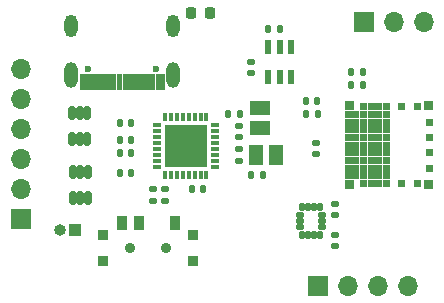
<source format=gbr>
%TF.GenerationSoftware,KiCad,Pcbnew,8.0.2-1*%
%TF.CreationDate,2024-06-13T15:13:00+09:00*%
%TF.ProjectId,eeg,6565672e-6b69-4636-9164-5f7063625858,rev?*%
%TF.SameCoordinates,Original*%
%TF.FileFunction,Soldermask,Bot*%
%TF.FilePolarity,Negative*%
%FSLAX46Y46*%
G04 Gerber Fmt 4.6, Leading zero omitted, Abs format (unit mm)*
G04 Created by KiCad (PCBNEW 8.0.2-1) date 2024-06-13 15:13:00*
%MOMM*%
%LPD*%
G01*
G04 APERTURE LIST*
G04 Aperture macros list*
%AMRoundRect*
0 Rectangle with rounded corners*
0 $1 Rounding radius*
0 $2 $3 $4 $5 $6 $7 $8 $9 X,Y pos of 4 corners*
0 Add a 4 corners polygon primitive as box body*
4,1,4,$2,$3,$4,$5,$6,$7,$8,$9,$2,$3,0*
0 Add four circle primitives for the rounded corners*
1,1,$1+$1,$2,$3*
1,1,$1+$1,$4,$5*
1,1,$1+$1,$6,$7*
1,1,$1+$1,$8,$9*
0 Add four rect primitives between the rounded corners*
20,1,$1+$1,$2,$3,$4,$5,0*
20,1,$1+$1,$4,$5,$6,$7,0*
20,1,$1+$1,$6,$7,$8,$9,0*
20,1,$1+$1,$8,$9,$2,$3,0*%
G04 Aperture macros list end*
%ADD10C,0.010000*%
%ADD11R,1.700000X1.700000*%
%ADD12O,1.700000X1.700000*%
%ADD13R,0.812800X0.939800*%
%ADD14R,0.889000X1.244600*%
%ADD15C,0.889000*%
%ADD16R,3.600000X3.600000*%
%ADD17R,0.300000X0.800000*%
%ADD18R,0.800000X0.300000*%
%ADD19RoundRect,0.140000X-0.170000X0.140000X-0.170000X-0.140000X0.170000X-0.140000X0.170000X0.140000X0*%
%ADD20RoundRect,0.140000X-0.140000X-0.170000X0.140000X-0.170000X0.140000X0.170000X-0.140000X0.170000X0*%
%ADD21RoundRect,0.140000X0.140000X0.170000X-0.140000X0.170000X-0.140000X-0.170000X0.140000X-0.170000X0*%
%ADD22RoundRect,0.140000X0.170000X-0.140000X0.170000X0.140000X-0.170000X0.140000X-0.170000X-0.140000X0*%
%ADD23RoundRect,0.102000X0.237500X0.125000X-0.237500X0.125000X-0.237500X-0.125000X0.237500X-0.125000X0*%
%ADD24RoundRect,0.102000X-0.125000X0.237500X-0.125000X-0.237500X0.125000X-0.237500X0.125000X0.237500X0*%
%ADD25RoundRect,0.135000X-0.135000X-0.185000X0.135000X-0.185000X0.135000X0.185000X-0.135000X0.185000X0*%
%ADD26RoundRect,0.218750X-0.218750X-0.256250X0.218750X-0.256250X0.218750X0.256250X-0.218750X0.256250X0*%
%ADD27RoundRect,0.102000X-0.200000X0.450000X-0.200000X-0.450000X0.200000X-0.450000X0.200000X0.450000X0*%
%ADD28RoundRect,0.135000X0.185000X-0.135000X0.185000X0.135000X-0.185000X0.135000X-0.185000X-0.135000X0*%
%ADD29R,1.200000X1.800000*%
%ADD30O,1.000000X1.000000*%
%ADD31R,1.000000X1.000000*%
%ADD32R,0.600000X1.200000*%
%ADD33R,1.800000X1.200000*%
%ADD34O,1.104000X1.904000*%
%ADD35O,1.104000X2.204000*%
%ADD36C,0.600000*%
G04 APERTURE END LIST*
D10*
%TO.C,U1*%
X165940000Y-102850000D02*
X165440000Y-102850000D01*
X165440000Y-102350000D01*
X165940000Y-102350000D01*
X165940000Y-102850000D01*
G36*
X165940000Y-102850000D02*
G01*
X165440000Y-102850000D01*
X165440000Y-102350000D01*
X165940000Y-102350000D01*
X165940000Y-102850000D01*
G37*
X165940000Y-101550000D02*
X165440000Y-101550000D01*
X165440000Y-101050000D01*
X165940000Y-101050000D01*
X165940000Y-101550000D01*
G36*
X165940000Y-101550000D02*
G01*
X165440000Y-101550000D01*
X165440000Y-101050000D01*
X165940000Y-101050000D01*
X165940000Y-101550000D01*
G37*
X165940000Y-100250000D02*
X165440000Y-100250000D01*
X165440000Y-99750000D01*
X165940000Y-99750000D01*
X165940000Y-100250000D01*
G36*
X165940000Y-100250000D02*
G01*
X165440000Y-100250000D01*
X165440000Y-99750000D01*
X165940000Y-99750000D01*
X165940000Y-100250000D01*
G37*
X165940000Y-98950000D02*
X165440000Y-98950000D01*
X165440000Y-98450000D01*
X165940000Y-98450000D01*
X165940000Y-98950000D01*
G36*
X165940000Y-98950000D02*
G01*
X165440000Y-98950000D01*
X165440000Y-98450000D01*
X165940000Y-98450000D01*
X165940000Y-98950000D01*
G37*
X165940000Y-104350000D02*
X165240000Y-104350000D01*
X165240000Y-103650000D01*
X165940000Y-103650000D01*
X165940000Y-104350000D01*
G36*
X165940000Y-104350000D02*
G01*
X165240000Y-104350000D01*
X165240000Y-103650000D01*
X165940000Y-103650000D01*
X165940000Y-104350000D01*
G37*
X165940000Y-97650000D02*
X165240000Y-97650000D01*
X165240000Y-96950000D01*
X165940000Y-96950000D01*
X165940000Y-97650000D01*
G36*
X165940000Y-97650000D02*
G01*
X165240000Y-97650000D01*
X165240000Y-96950000D01*
X165940000Y-96950000D01*
X165940000Y-97650000D01*
G37*
X164890000Y-104150000D02*
X164390000Y-104150000D01*
X164390000Y-103650000D01*
X164890000Y-103650000D01*
X164890000Y-104150000D01*
G36*
X164890000Y-104150000D02*
G01*
X164390000Y-104150000D01*
X164390000Y-103650000D01*
X164890000Y-103650000D01*
X164890000Y-104150000D01*
G37*
X164890000Y-97650000D02*
X164390000Y-97650000D01*
X164390000Y-97150000D01*
X164890000Y-97150000D01*
X164890000Y-97650000D01*
G36*
X164890000Y-97650000D02*
G01*
X164390000Y-97650000D01*
X164390000Y-97150000D01*
X164890000Y-97150000D01*
X164890000Y-97650000D01*
G37*
X163590000Y-104150000D02*
X163090000Y-104150000D01*
X163090000Y-103650000D01*
X163590000Y-103650000D01*
X163590000Y-104150000D01*
G36*
X163590000Y-104150000D02*
G01*
X163090000Y-104150000D01*
X163090000Y-103650000D01*
X163590000Y-103650000D01*
X163590000Y-104150000D01*
G37*
X163590000Y-97650000D02*
X163090000Y-97650000D01*
X163090000Y-97150000D01*
X163590000Y-97150000D01*
X163590000Y-97650000D01*
G36*
X163590000Y-97650000D02*
G01*
X163090000Y-97650000D01*
X163090000Y-97150000D01*
X163590000Y-97150000D01*
X163590000Y-97650000D01*
G37*
X162290000Y-104150000D02*
X161790000Y-104150000D01*
X161790000Y-103650000D01*
X162290000Y-103650000D01*
X162290000Y-104150000D01*
G36*
X162290000Y-104150000D02*
G01*
X161790000Y-104150000D01*
X161790000Y-103650000D01*
X162290000Y-103650000D01*
X162290000Y-104150000D01*
G37*
X162290000Y-103500000D02*
X161790000Y-103500000D01*
X161790000Y-103000000D01*
X162290000Y-103000000D01*
X162290000Y-103500000D01*
G36*
X162290000Y-103500000D02*
G01*
X161790000Y-103500000D01*
X161790000Y-103000000D01*
X162290000Y-103000000D01*
X162290000Y-103500000D01*
G37*
X162290000Y-102850000D02*
X161790000Y-102850000D01*
X161790000Y-102350000D01*
X162290000Y-102350000D01*
X162290000Y-102850000D01*
G36*
X162290000Y-102850000D02*
G01*
X161790000Y-102850000D01*
X161790000Y-102350000D01*
X162290000Y-102350000D01*
X162290000Y-102850000D01*
G37*
X162290000Y-102200000D02*
X161790000Y-102200000D01*
X161790000Y-101700000D01*
X162290000Y-101700000D01*
X162290000Y-102200000D01*
G36*
X162290000Y-102200000D02*
G01*
X161790000Y-102200000D01*
X161790000Y-101700000D01*
X162290000Y-101700000D01*
X162290000Y-102200000D01*
G37*
X162290000Y-101550000D02*
X161790000Y-101550000D01*
X161790000Y-101050000D01*
X162290000Y-101050000D01*
X162290000Y-101550000D01*
G36*
X162290000Y-101550000D02*
G01*
X161790000Y-101550000D01*
X161790000Y-101050000D01*
X162290000Y-101050000D01*
X162290000Y-101550000D01*
G37*
X162290000Y-100900000D02*
X161790000Y-100900000D01*
X161790000Y-100400000D01*
X162290000Y-100400000D01*
X162290000Y-100900000D01*
G36*
X162290000Y-100900000D02*
G01*
X161790000Y-100900000D01*
X161790000Y-100400000D01*
X162290000Y-100400000D01*
X162290000Y-100900000D01*
G37*
X162290000Y-100250000D02*
X161790000Y-100250000D01*
X161790000Y-99750000D01*
X162290000Y-99750000D01*
X162290000Y-100250000D01*
G36*
X162290000Y-100250000D02*
G01*
X161790000Y-100250000D01*
X161790000Y-99750000D01*
X162290000Y-99750000D01*
X162290000Y-100250000D01*
G37*
X162290000Y-99600000D02*
X161790000Y-99600000D01*
X161790000Y-99100000D01*
X162290000Y-99100000D01*
X162290000Y-99600000D01*
G36*
X162290000Y-99600000D02*
G01*
X161790000Y-99600000D01*
X161790000Y-99100000D01*
X162290000Y-99100000D01*
X162290000Y-99600000D01*
G37*
X162290000Y-98950000D02*
X161790000Y-98950000D01*
X161790000Y-98450000D01*
X162290000Y-98450000D01*
X162290000Y-98950000D01*
G36*
X162290000Y-98950000D02*
G01*
X161790000Y-98950000D01*
X161790000Y-98450000D01*
X162290000Y-98450000D01*
X162290000Y-98950000D01*
G37*
X162290000Y-98300000D02*
X161790000Y-98300000D01*
X161790000Y-97800000D01*
X162290000Y-97800000D01*
X162290000Y-98300000D01*
G36*
X162290000Y-98300000D02*
G01*
X161790000Y-98300000D01*
X161790000Y-97800000D01*
X162290000Y-97800000D01*
X162290000Y-98300000D01*
G37*
X162290000Y-97650000D02*
X161790000Y-97650000D01*
X161790000Y-97150000D01*
X162290000Y-97150000D01*
X162290000Y-97650000D01*
G36*
X162290000Y-97650000D02*
G01*
X161790000Y-97650000D01*
X161790000Y-97150000D01*
X162290000Y-97150000D01*
X162290000Y-97650000D01*
G37*
X161640000Y-104150000D02*
X161140000Y-104150000D01*
X161140000Y-103650000D01*
X161640000Y-103650000D01*
X161640000Y-104150000D01*
G36*
X161640000Y-104150000D02*
G01*
X161140000Y-104150000D01*
X161140000Y-103650000D01*
X161640000Y-103650000D01*
X161640000Y-104150000D01*
G37*
X161640000Y-103500000D02*
X161140000Y-103500000D01*
X161140000Y-103000000D01*
X161640000Y-103000000D01*
X161640000Y-103500000D01*
G36*
X161640000Y-103500000D02*
G01*
X161140000Y-103500000D01*
X161140000Y-103000000D01*
X161640000Y-103000000D01*
X161640000Y-103500000D01*
G37*
X161640000Y-102850000D02*
X161140000Y-102850000D01*
X161140000Y-102350000D01*
X161640000Y-102350000D01*
X161640000Y-102850000D01*
G36*
X161640000Y-102850000D02*
G01*
X161140000Y-102850000D01*
X161140000Y-102350000D01*
X161640000Y-102350000D01*
X161640000Y-102850000D01*
G37*
X161640000Y-102200000D02*
X161140000Y-102200000D01*
X161140000Y-101700000D01*
X161640000Y-101700000D01*
X161640000Y-102200000D01*
G36*
X161640000Y-102200000D02*
G01*
X161140000Y-102200000D01*
X161140000Y-101700000D01*
X161640000Y-101700000D01*
X161640000Y-102200000D01*
G37*
X161640000Y-101550000D02*
X161140000Y-101550000D01*
X161140000Y-101050000D01*
X161640000Y-101050000D01*
X161640000Y-101550000D01*
G36*
X161640000Y-101550000D02*
G01*
X161140000Y-101550000D01*
X161140000Y-101050000D01*
X161640000Y-101050000D01*
X161640000Y-101550000D01*
G37*
X161640000Y-100900000D02*
X161140000Y-100900000D01*
X161140000Y-100400000D01*
X161640000Y-100400000D01*
X161640000Y-100900000D01*
G36*
X161640000Y-100900000D02*
G01*
X161140000Y-100900000D01*
X161140000Y-100400000D01*
X161640000Y-100400000D01*
X161640000Y-100900000D01*
G37*
X161640000Y-100250000D02*
X161140000Y-100250000D01*
X161140000Y-99750000D01*
X161640000Y-99750000D01*
X161640000Y-100250000D01*
G36*
X161640000Y-100250000D02*
G01*
X161140000Y-100250000D01*
X161140000Y-99750000D01*
X161640000Y-99750000D01*
X161640000Y-100250000D01*
G37*
X161640000Y-99600000D02*
X161140000Y-99600000D01*
X161140000Y-99100000D01*
X161640000Y-99100000D01*
X161640000Y-99600000D01*
G36*
X161640000Y-99600000D02*
G01*
X161140000Y-99600000D01*
X161140000Y-99100000D01*
X161640000Y-99100000D01*
X161640000Y-99600000D01*
G37*
X161640000Y-98950000D02*
X161140000Y-98950000D01*
X161140000Y-98450000D01*
X161640000Y-98450000D01*
X161640000Y-98950000D01*
G36*
X161640000Y-98950000D02*
G01*
X161140000Y-98950000D01*
X161140000Y-98450000D01*
X161640000Y-98450000D01*
X161640000Y-98950000D01*
G37*
X161640000Y-98300000D02*
X161140000Y-98300000D01*
X161140000Y-97800000D01*
X161640000Y-97800000D01*
X161640000Y-98300000D01*
G36*
X161640000Y-98300000D02*
G01*
X161140000Y-98300000D01*
X161140000Y-97800000D01*
X161640000Y-97800000D01*
X161640000Y-98300000D01*
G37*
X161640000Y-97650000D02*
X161140000Y-97650000D01*
X161140000Y-97150000D01*
X161640000Y-97150000D01*
X161640000Y-97650000D01*
G36*
X161640000Y-97650000D02*
G01*
X161140000Y-97650000D01*
X161140000Y-97150000D01*
X161640000Y-97150000D01*
X161640000Y-97650000D01*
G37*
X160990000Y-104150000D02*
X160490000Y-104150000D01*
X160490000Y-103650000D01*
X160990000Y-103650000D01*
X160990000Y-104150000D01*
G36*
X160990000Y-104150000D02*
G01*
X160490000Y-104150000D01*
X160490000Y-103650000D01*
X160990000Y-103650000D01*
X160990000Y-104150000D01*
G37*
X160990000Y-103500000D02*
X160490000Y-103500000D01*
X160490000Y-103000000D01*
X160990000Y-103000000D01*
X160990000Y-103500000D01*
G36*
X160990000Y-103500000D02*
G01*
X160490000Y-103500000D01*
X160490000Y-103000000D01*
X160990000Y-103000000D01*
X160990000Y-103500000D01*
G37*
X160990000Y-102850000D02*
X160490000Y-102850000D01*
X160490000Y-102350000D01*
X160990000Y-102350000D01*
X160990000Y-102850000D01*
G36*
X160990000Y-102850000D02*
G01*
X160490000Y-102850000D01*
X160490000Y-102350000D01*
X160990000Y-102350000D01*
X160990000Y-102850000D01*
G37*
X160990000Y-102200000D02*
X160490000Y-102200000D01*
X160490000Y-101700000D01*
X160990000Y-101700000D01*
X160990000Y-102200000D01*
G36*
X160990000Y-102200000D02*
G01*
X160490000Y-102200000D01*
X160490000Y-101700000D01*
X160990000Y-101700000D01*
X160990000Y-102200000D01*
G37*
X160990000Y-101550000D02*
X160490000Y-101550000D01*
X160490000Y-101050000D01*
X160990000Y-101050000D01*
X160990000Y-101550000D01*
G36*
X160990000Y-101550000D02*
G01*
X160490000Y-101550000D01*
X160490000Y-101050000D01*
X160990000Y-101050000D01*
X160990000Y-101550000D01*
G37*
X160990000Y-100900000D02*
X160490000Y-100900000D01*
X160490000Y-100400000D01*
X160990000Y-100400000D01*
X160990000Y-100900000D01*
G36*
X160990000Y-100900000D02*
G01*
X160490000Y-100900000D01*
X160490000Y-100400000D01*
X160990000Y-100400000D01*
X160990000Y-100900000D01*
G37*
X160990000Y-100250000D02*
X160490000Y-100250000D01*
X160490000Y-99750000D01*
X160990000Y-99750000D01*
X160990000Y-100250000D01*
G36*
X160990000Y-100250000D02*
G01*
X160490000Y-100250000D01*
X160490000Y-99750000D01*
X160990000Y-99750000D01*
X160990000Y-100250000D01*
G37*
X160990000Y-99600000D02*
X160490000Y-99600000D01*
X160490000Y-99100000D01*
X160990000Y-99100000D01*
X160990000Y-99600000D01*
G36*
X160990000Y-99600000D02*
G01*
X160490000Y-99600000D01*
X160490000Y-99100000D01*
X160990000Y-99100000D01*
X160990000Y-99600000D01*
G37*
X160990000Y-98950000D02*
X160490000Y-98950000D01*
X160490000Y-98450000D01*
X160990000Y-98450000D01*
X160990000Y-98950000D01*
G36*
X160990000Y-98950000D02*
G01*
X160490000Y-98950000D01*
X160490000Y-98450000D01*
X160990000Y-98450000D01*
X160990000Y-98950000D01*
G37*
X160990000Y-98300000D02*
X160490000Y-98300000D01*
X160490000Y-97800000D01*
X160990000Y-97800000D01*
X160990000Y-98300000D01*
G36*
X160990000Y-98300000D02*
G01*
X160490000Y-98300000D01*
X160490000Y-97800000D01*
X160990000Y-97800000D01*
X160990000Y-98300000D01*
G37*
X160990000Y-97650000D02*
X160490000Y-97650000D01*
X160490000Y-97150000D01*
X160990000Y-97150000D01*
X160990000Y-97650000D01*
G36*
X160990000Y-97650000D02*
G01*
X160490000Y-97650000D01*
X160490000Y-97150000D01*
X160990000Y-97150000D01*
X160990000Y-97650000D01*
G37*
X160340000Y-104150000D02*
X159840000Y-104150000D01*
X159840000Y-103650000D01*
X160340000Y-103650000D01*
X160340000Y-104150000D01*
G36*
X160340000Y-104150000D02*
G01*
X159840000Y-104150000D01*
X159840000Y-103650000D01*
X160340000Y-103650000D01*
X160340000Y-104150000D01*
G37*
X160340000Y-103500000D02*
X159840000Y-103500000D01*
X159840000Y-103000000D01*
X160340000Y-103000000D01*
X160340000Y-103500000D01*
G36*
X160340000Y-103500000D02*
G01*
X159840000Y-103500000D01*
X159840000Y-103000000D01*
X160340000Y-103000000D01*
X160340000Y-103500000D01*
G37*
X160340000Y-102850000D02*
X159840000Y-102850000D01*
X159840000Y-102350000D01*
X160340000Y-102350000D01*
X160340000Y-102850000D01*
G36*
X160340000Y-102850000D02*
G01*
X159840000Y-102850000D01*
X159840000Y-102350000D01*
X160340000Y-102350000D01*
X160340000Y-102850000D01*
G37*
X160340000Y-102200000D02*
X159840000Y-102200000D01*
X159840000Y-101700000D01*
X160340000Y-101700000D01*
X160340000Y-102200000D01*
G36*
X160340000Y-102200000D02*
G01*
X159840000Y-102200000D01*
X159840000Y-101700000D01*
X160340000Y-101700000D01*
X160340000Y-102200000D01*
G37*
X160340000Y-101550000D02*
X159840000Y-101550000D01*
X159840000Y-101050000D01*
X160340000Y-101050000D01*
X160340000Y-101550000D01*
G36*
X160340000Y-101550000D02*
G01*
X159840000Y-101550000D01*
X159840000Y-101050000D01*
X160340000Y-101050000D01*
X160340000Y-101550000D01*
G37*
X160340000Y-100900000D02*
X159840000Y-100900000D01*
X159840000Y-100400000D01*
X160340000Y-100400000D01*
X160340000Y-100900000D01*
G36*
X160340000Y-100900000D02*
G01*
X159840000Y-100900000D01*
X159840000Y-100400000D01*
X160340000Y-100400000D01*
X160340000Y-100900000D01*
G37*
X160340000Y-100250000D02*
X159840000Y-100250000D01*
X159840000Y-99750000D01*
X160340000Y-99750000D01*
X160340000Y-100250000D01*
G36*
X160340000Y-100250000D02*
G01*
X159840000Y-100250000D01*
X159840000Y-99750000D01*
X160340000Y-99750000D01*
X160340000Y-100250000D01*
G37*
X160340000Y-99600000D02*
X159840000Y-99600000D01*
X159840000Y-99100000D01*
X160340000Y-99100000D01*
X160340000Y-99600000D01*
G36*
X160340000Y-99600000D02*
G01*
X159840000Y-99600000D01*
X159840000Y-99100000D01*
X160340000Y-99100000D01*
X160340000Y-99600000D01*
G37*
X160340000Y-98950000D02*
X159840000Y-98950000D01*
X159840000Y-98450000D01*
X160340000Y-98450000D01*
X160340000Y-98950000D01*
G36*
X160340000Y-98950000D02*
G01*
X159840000Y-98950000D01*
X159840000Y-98450000D01*
X160340000Y-98450000D01*
X160340000Y-98950000D01*
G37*
X160340000Y-98300000D02*
X159840000Y-98300000D01*
X159840000Y-97800000D01*
X160340000Y-97800000D01*
X160340000Y-98300000D01*
G36*
X160340000Y-98300000D02*
G01*
X159840000Y-98300000D01*
X159840000Y-97800000D01*
X160340000Y-97800000D01*
X160340000Y-98300000D01*
G37*
X160340000Y-97650000D02*
X159840000Y-97650000D01*
X159840000Y-97150000D01*
X160340000Y-97150000D01*
X160340000Y-97650000D01*
G36*
X160340000Y-97650000D02*
G01*
X159840000Y-97650000D01*
X159840000Y-97150000D01*
X160340000Y-97150000D01*
X160340000Y-97650000D01*
G37*
X159690000Y-103500000D02*
X159190000Y-103500000D01*
X159190000Y-103000000D01*
X159690000Y-103000000D01*
X159690000Y-103500000D01*
G36*
X159690000Y-103500000D02*
G01*
X159190000Y-103500000D01*
X159190000Y-103000000D01*
X159690000Y-103000000D01*
X159690000Y-103500000D01*
G37*
X159690000Y-102850000D02*
X159190000Y-102850000D01*
X159190000Y-102350000D01*
X159690000Y-102350000D01*
X159690000Y-102850000D01*
G36*
X159690000Y-102850000D02*
G01*
X159190000Y-102850000D01*
X159190000Y-102350000D01*
X159690000Y-102350000D01*
X159690000Y-102850000D01*
G37*
X159690000Y-102200000D02*
X159190000Y-102200000D01*
X159190000Y-101700000D01*
X159690000Y-101700000D01*
X159690000Y-102200000D01*
G36*
X159690000Y-102200000D02*
G01*
X159190000Y-102200000D01*
X159190000Y-101700000D01*
X159690000Y-101700000D01*
X159690000Y-102200000D01*
G37*
X159690000Y-101550000D02*
X159190000Y-101550000D01*
X159190000Y-101050000D01*
X159690000Y-101050000D01*
X159690000Y-101550000D01*
G36*
X159690000Y-101550000D02*
G01*
X159190000Y-101550000D01*
X159190000Y-101050000D01*
X159690000Y-101050000D01*
X159690000Y-101550000D01*
G37*
X159690000Y-100900000D02*
X159190000Y-100900000D01*
X159190000Y-100400000D01*
X159690000Y-100400000D01*
X159690000Y-100900000D01*
G36*
X159690000Y-100900000D02*
G01*
X159190000Y-100900000D01*
X159190000Y-100400000D01*
X159690000Y-100400000D01*
X159690000Y-100900000D01*
G37*
X159690000Y-100250000D02*
X159190000Y-100250000D01*
X159190000Y-99750000D01*
X159690000Y-99750000D01*
X159690000Y-100250000D01*
G36*
X159690000Y-100250000D02*
G01*
X159190000Y-100250000D01*
X159190000Y-99750000D01*
X159690000Y-99750000D01*
X159690000Y-100250000D01*
G37*
X159690000Y-99600000D02*
X159190000Y-99600000D01*
X159190000Y-99100000D01*
X159690000Y-99100000D01*
X159690000Y-99600000D01*
G36*
X159690000Y-99600000D02*
G01*
X159190000Y-99600000D01*
X159190000Y-99100000D01*
X159690000Y-99100000D01*
X159690000Y-99600000D01*
G37*
X159690000Y-98950000D02*
X159190000Y-98950000D01*
X159190000Y-98450000D01*
X159690000Y-98450000D01*
X159690000Y-98950000D01*
G36*
X159690000Y-98950000D02*
G01*
X159190000Y-98950000D01*
X159190000Y-98450000D01*
X159690000Y-98450000D01*
X159690000Y-98950000D01*
G37*
X159690000Y-98300000D02*
X159190000Y-98300000D01*
X159190000Y-97800000D01*
X159690000Y-97800000D01*
X159690000Y-98300000D01*
G36*
X159690000Y-98300000D02*
G01*
X159190000Y-98300000D01*
X159190000Y-97800000D01*
X159690000Y-97800000D01*
X159690000Y-98300000D01*
G37*
X159240000Y-104350000D02*
X158540000Y-104350000D01*
X158540000Y-103650000D01*
X159240000Y-103650000D01*
X159240000Y-104350000D01*
G36*
X159240000Y-104350000D02*
G01*
X158540000Y-104350000D01*
X158540000Y-103650000D01*
X159240000Y-103650000D01*
X159240000Y-104350000D01*
G37*
X159040000Y-103500000D02*
X158540000Y-103500000D01*
X158540000Y-103000000D01*
X159040000Y-103000000D01*
X159040000Y-103500000D01*
G36*
X159040000Y-103500000D02*
G01*
X158540000Y-103500000D01*
X158540000Y-103000000D01*
X159040000Y-103000000D01*
X159040000Y-103500000D01*
G37*
X159040000Y-102850000D02*
X158540000Y-102850000D01*
X158540000Y-102350000D01*
X159040000Y-102350000D01*
X159040000Y-102850000D01*
G36*
X159040000Y-102850000D02*
G01*
X158540000Y-102850000D01*
X158540000Y-102350000D01*
X159040000Y-102350000D01*
X159040000Y-102850000D01*
G37*
X159040000Y-102200000D02*
X158540000Y-102200000D01*
X158540000Y-101700000D01*
X159040000Y-101700000D01*
X159040000Y-102200000D01*
G36*
X159040000Y-102200000D02*
G01*
X158540000Y-102200000D01*
X158540000Y-101700000D01*
X159040000Y-101700000D01*
X159040000Y-102200000D01*
G37*
X159040000Y-101550000D02*
X158540000Y-101550000D01*
X158540000Y-101050000D01*
X159040000Y-101050000D01*
X159040000Y-101550000D01*
G36*
X159040000Y-101550000D02*
G01*
X158540000Y-101550000D01*
X158540000Y-101050000D01*
X159040000Y-101050000D01*
X159040000Y-101550000D01*
G37*
X159040000Y-100900000D02*
X158540000Y-100900000D01*
X158540000Y-100400000D01*
X159040000Y-100400000D01*
X159040000Y-100900000D01*
G36*
X159040000Y-100900000D02*
G01*
X158540000Y-100900000D01*
X158540000Y-100400000D01*
X159040000Y-100400000D01*
X159040000Y-100900000D01*
G37*
X159040000Y-100250000D02*
X158540000Y-100250000D01*
X158540000Y-99750000D01*
X159040000Y-99750000D01*
X159040000Y-100250000D01*
G36*
X159040000Y-100250000D02*
G01*
X158540000Y-100250000D01*
X158540000Y-99750000D01*
X159040000Y-99750000D01*
X159040000Y-100250000D01*
G37*
X159040000Y-99600000D02*
X158540000Y-99600000D01*
X158540000Y-99100000D01*
X159040000Y-99100000D01*
X159040000Y-99600000D01*
G36*
X159040000Y-99600000D02*
G01*
X158540000Y-99600000D01*
X158540000Y-99100000D01*
X159040000Y-99100000D01*
X159040000Y-99600000D01*
G37*
X159040000Y-98950000D02*
X158540000Y-98950000D01*
X158540000Y-98450000D01*
X159040000Y-98450000D01*
X159040000Y-98950000D01*
G36*
X159040000Y-98950000D02*
G01*
X158540000Y-98950000D01*
X158540000Y-98450000D01*
X159040000Y-98450000D01*
X159040000Y-98950000D01*
G37*
X159040000Y-98300000D02*
X158540000Y-98300000D01*
X158540000Y-97800000D01*
X159040000Y-97800000D01*
X159040000Y-98300000D01*
G36*
X159040000Y-98300000D02*
G01*
X158540000Y-98300000D01*
X158540000Y-97800000D01*
X159040000Y-97800000D01*
X159040000Y-98300000D01*
G37*
X159240000Y-97650000D02*
X158540000Y-97650000D01*
X158540000Y-96950000D01*
X159240000Y-96950000D01*
X159240000Y-97650000D01*
G36*
X159240000Y-97650000D02*
G01*
X158540000Y-97650000D01*
X158540000Y-96950000D01*
X159240000Y-96950000D01*
X159240000Y-97650000D01*
G37*
%TO.C,J3*%
X143225000Y-95950000D02*
X142525000Y-95950000D01*
X142525000Y-94710000D01*
X143225000Y-94710000D01*
X143225000Y-95950000D01*
G36*
X143225000Y-95950000D02*
G01*
X142525000Y-95950000D01*
X142525000Y-94710000D01*
X143225000Y-94710000D01*
X143225000Y-95950000D01*
G37*
X142425000Y-95950000D02*
X141725000Y-95950000D01*
X141725000Y-94710000D01*
X142425000Y-94710000D01*
X142425000Y-95950000D01*
G36*
X142425000Y-95950000D02*
G01*
X141725000Y-95950000D01*
X141725000Y-94710000D01*
X142425000Y-94710000D01*
X142425000Y-95950000D01*
G37*
X141625000Y-95950000D02*
X141225000Y-95950000D01*
X141225000Y-94710000D01*
X141625000Y-94710000D01*
X141625000Y-95950000D01*
G36*
X141625000Y-95950000D02*
G01*
X141225000Y-95950000D01*
X141225000Y-94710000D01*
X141625000Y-94710000D01*
X141625000Y-95950000D01*
G37*
X141125000Y-95950000D02*
X140725000Y-95950000D01*
X140725000Y-94710000D01*
X141125000Y-94710000D01*
X141125000Y-95950000D01*
G36*
X141125000Y-95950000D02*
G01*
X140725000Y-95950000D01*
X140725000Y-94710000D01*
X141125000Y-94710000D01*
X141125000Y-95950000D01*
G37*
X140625000Y-95950000D02*
X140225000Y-95950000D01*
X140225000Y-94710000D01*
X140625000Y-94710000D01*
X140625000Y-95950000D01*
G36*
X140625000Y-95950000D02*
G01*
X140225000Y-95950000D01*
X140225000Y-94710000D01*
X140625000Y-94710000D01*
X140625000Y-95950000D01*
G37*
X140125000Y-95950000D02*
X139725000Y-95950000D01*
X139725000Y-94710000D01*
X140125000Y-94710000D01*
X140125000Y-95950000D01*
G36*
X140125000Y-95950000D02*
G01*
X139725000Y-95950000D01*
X139725000Y-94710000D01*
X140125000Y-94710000D01*
X140125000Y-95950000D01*
G37*
X139625000Y-95950000D02*
X139225000Y-95950000D01*
X139225000Y-94710000D01*
X139625000Y-94710000D01*
X139625000Y-95950000D01*
G36*
X139625000Y-95950000D02*
G01*
X139225000Y-95950000D01*
X139225000Y-94710000D01*
X139625000Y-94710000D01*
X139625000Y-95950000D01*
G37*
X139125000Y-95950000D02*
X138725000Y-95950000D01*
X138725000Y-94710000D01*
X139125000Y-94710000D01*
X139125000Y-95950000D01*
G36*
X139125000Y-95950000D02*
G01*
X138725000Y-95950000D01*
X138725000Y-94710000D01*
X139125000Y-94710000D01*
X139125000Y-95950000D01*
G37*
X138625000Y-95950000D02*
X138225000Y-95950000D01*
X138225000Y-94710000D01*
X138625000Y-94710000D01*
X138625000Y-95950000D01*
G36*
X138625000Y-95950000D02*
G01*
X138225000Y-95950000D01*
X138225000Y-94710000D01*
X138625000Y-94710000D01*
X138625000Y-95950000D01*
G37*
X138125000Y-95950000D02*
X137725000Y-95950000D01*
X137725000Y-94710000D01*
X138125000Y-94710000D01*
X138125000Y-95950000D01*
G36*
X138125000Y-95950000D02*
G01*
X137725000Y-95950000D01*
X137725000Y-94710000D01*
X138125000Y-94710000D01*
X138125000Y-95950000D01*
G37*
X137625000Y-95950000D02*
X136925000Y-95950000D01*
X136925000Y-94710000D01*
X137625000Y-94710000D01*
X137625000Y-95950000D01*
G36*
X137625000Y-95950000D02*
G01*
X136925000Y-95950000D01*
X136925000Y-94710000D01*
X137625000Y-94710000D01*
X137625000Y-95950000D01*
G37*
X136825000Y-95950000D02*
X136125000Y-95950000D01*
X136125000Y-94710000D01*
X136825000Y-94710000D01*
X136825000Y-95950000D01*
G36*
X136825000Y-95950000D02*
G01*
X136125000Y-95950000D01*
X136125000Y-94710000D01*
X136825000Y-94710000D01*
X136825000Y-95950000D01*
G37*
%TD*%
D11*
%TO.C,J2*%
X156300000Y-112600000D03*
D12*
X158840000Y-112600000D03*
X161380000Y-112600000D03*
X163920000Y-112600000D03*
%TD*%
%TO.C,J1*%
X165255000Y-90300000D03*
X162715000Y-90300000D03*
D11*
X160175000Y-90300000D03*
%TD*%
%TO.C,J4*%
X131100000Y-106950000D03*
D12*
X131100000Y-104410000D03*
X131100000Y-101870000D03*
X131100000Y-99330000D03*
X131100000Y-96790000D03*
X131100000Y-94250000D03*
%TD*%
D13*
%TO.C,SW1*%
X138098760Y-110530300D03*
X145698440Y-110530300D03*
X138098760Y-108269700D03*
X145698440Y-108269700D03*
D14*
X139650700Y-107324820D03*
X141149300Y-107324820D03*
X144146500Y-107324820D03*
D15*
X140400000Y-109400000D03*
X143397200Y-109400000D03*
%TD*%
D16*
%TO.C,IC1*%
X145080000Y-100780000D03*
D17*
X146830000Y-98330000D03*
X146330000Y-98330000D03*
X145830000Y-98330000D03*
X145330000Y-98330000D03*
X144830000Y-98330000D03*
X144330000Y-98330000D03*
X143830000Y-98330000D03*
X143330000Y-98330000D03*
D18*
X142630000Y-99030000D03*
X142630000Y-99530000D03*
X142630000Y-100030000D03*
X142630000Y-100530000D03*
X142630000Y-101030000D03*
X142630000Y-101530000D03*
X142630000Y-102030000D03*
X142630000Y-102530000D03*
D17*
X143330000Y-103230000D03*
X143830000Y-103230000D03*
X144330000Y-103230000D03*
X144830000Y-103230000D03*
X145330000Y-103230000D03*
X145830000Y-103230000D03*
X146330000Y-103230000D03*
X146830000Y-103230000D03*
D18*
X147530000Y-102530000D03*
X147530000Y-102030000D03*
X147530000Y-101530000D03*
X147530000Y-101030000D03*
X147530000Y-100530000D03*
X147530000Y-100030000D03*
X147530000Y-99530000D03*
X147530000Y-99030000D03*
%TD*%
D19*
%TO.C,C2*%
X156100000Y-101480000D03*
X156100000Y-100520000D03*
%TD*%
D20*
%TO.C,C19*%
X153025000Y-90840000D03*
X152065000Y-90840000D03*
%TD*%
D21*
%TO.C,C8*%
X139480000Y-100300000D03*
X140440000Y-100300000D03*
%TD*%
D20*
%TO.C,C7*%
X146560000Y-104440000D03*
X145600000Y-104440000D03*
%TD*%
D22*
%TO.C,C17*%
X149620000Y-101040000D03*
X149620000Y-102000000D03*
%TD*%
D23*
%TO.C,U2*%
X154775000Y-106600000D03*
X154775000Y-107100000D03*
X154775000Y-107600000D03*
D24*
X154937500Y-108262500D03*
X155437500Y-108262500D03*
X155937500Y-108262500D03*
X156437500Y-108262500D03*
D23*
X156600000Y-107600000D03*
X156600000Y-107100000D03*
X156600000Y-106600000D03*
D24*
X156437500Y-105937500D03*
X155937500Y-105937500D03*
X155437500Y-105937500D03*
X154937500Y-105937500D03*
%TD*%
D25*
%TO.C,R1*%
X156240000Y-98050000D03*
X155220000Y-98050000D03*
%TD*%
D26*
%TO.C,D1*%
X147100000Y-89500000D03*
X145525000Y-89500000D03*
%TD*%
D20*
%TO.C,C5*%
X160060000Y-94530000D03*
X159100000Y-94530000D03*
%TD*%
D21*
%TO.C,C11*%
X148690000Y-98070000D03*
X149650000Y-98070000D03*
%TD*%
%TO.C,C10*%
X139479996Y-98790000D03*
X140439996Y-98790000D03*
%TD*%
D19*
%TO.C,C4*%
X157737500Y-109222500D03*
X157737500Y-108262500D03*
%TD*%
D27*
%TO.C,D3*%
X135450000Y-100200000D03*
X136100000Y-100200000D03*
X136750000Y-100200000D03*
X136750000Y-98000000D03*
X136100000Y-98000000D03*
X135450000Y-98000000D03*
%TD*%
D28*
%TO.C,R2*%
X142280000Y-104420000D03*
X142280000Y-105440000D03*
%TD*%
D19*
%TO.C,C15*%
X149620000Y-100020000D03*
X149620000Y-99060000D03*
%TD*%
D29*
%TO.C,L2*%
X152740000Y-101520000D03*
X151040000Y-101520000D03*
%TD*%
D20*
%TO.C,C18*%
X140440000Y-101350000D03*
X139480000Y-101350000D03*
%TD*%
D30*
%TO.C,BT1*%
X134450000Y-107870000D03*
D31*
X135720000Y-107870000D03*
%TD*%
D32*
%TO.C,IC2*%
X152075000Y-94900000D03*
X153025000Y-94900000D03*
X153975000Y-94900000D03*
X153975000Y-92400000D03*
X153025000Y-92400000D03*
X152075000Y-92400000D03*
%TD*%
D27*
%TO.C,D2*%
X135500000Y-105200000D03*
X136150000Y-105200000D03*
X136800000Y-105200000D03*
X136800000Y-103000000D03*
X136150000Y-103000000D03*
X135500000Y-103000000D03*
%TD*%
D33*
%TO.C,L1*%
X151340000Y-97540000D03*
X151340000Y-99240000D03*
%TD*%
D28*
%TO.C,R3*%
X143330000Y-104420000D03*
X143330000Y-105440000D03*
%TD*%
D34*
%TO.C,J3*%
X144000000Y-90580000D03*
X135350000Y-90580000D03*
D35*
X144000000Y-94750000D03*
X135350000Y-94750000D03*
D36*
X142565000Y-94260000D03*
X136785000Y-94260000D03*
%TD*%
D22*
%TO.C,C13*%
X150635000Y-93650000D03*
X150635000Y-94610000D03*
%TD*%
D21*
%TO.C,C3*%
X155250000Y-96990000D03*
X156210000Y-96990000D03*
%TD*%
%TO.C,C1*%
X159100000Y-95570000D03*
X160060000Y-95570000D03*
%TD*%
D22*
%TO.C,C6*%
X157737500Y-105642500D03*
X157737500Y-106602500D03*
%TD*%
D20*
%TO.C,C12*%
X151580000Y-103200000D03*
X150620000Y-103200000D03*
%TD*%
%TO.C,C9*%
X140460000Y-103020000D03*
X139500000Y-103020000D03*
%TD*%
M02*

</source>
